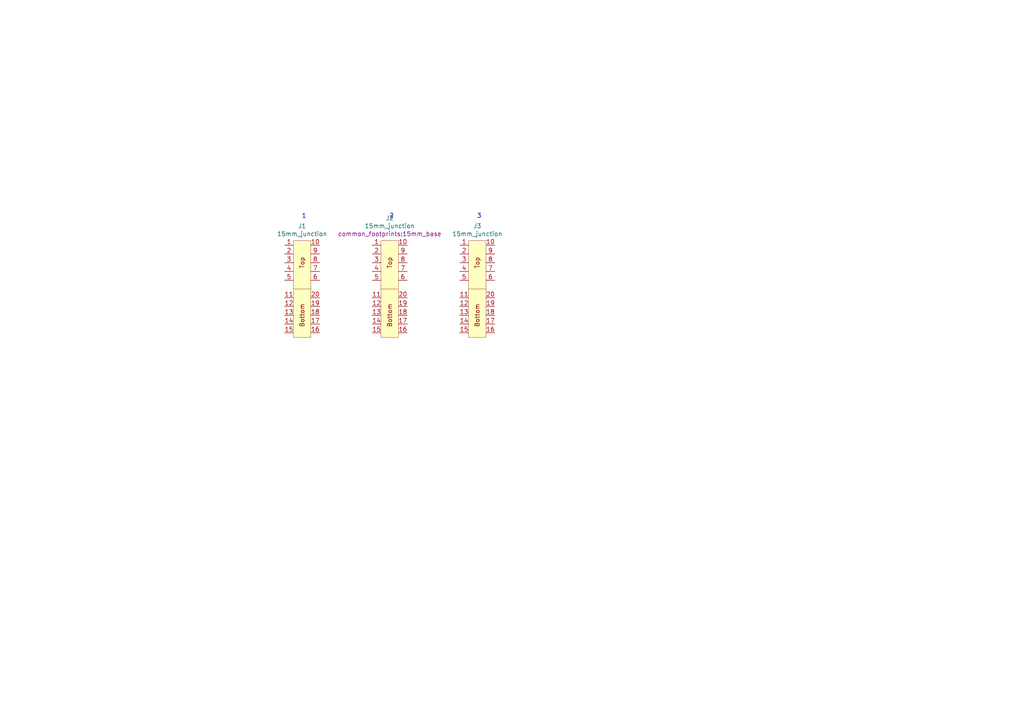
<source format=kicad_sch>
(kicad_sch (version 20200714) (host eeschema "(5.99.0-2687-geae739d98)")

  (page 1 1)

  (paper "A4")

  (lib_symbols
    (symbol "common_symbols:15mm_junction"
      (property "Reference" "J" (id 0) (at 0 0 0)
        (effects (font (size 1.27 1.27)))
      )
      (property "Value" "15mm_junction" (id 1) (at -1.27 13.97 0)
        (effects (font (size 1.27 1.27)))
      )
      (property "Footprint" "" (id 2) (at 0 0 0)
        (effects (font (size 1.27 1.27)) hide)
      )
      (property "Datasheet" "" (id 3) (at 0 0 0)
        (effects (font (size 1.27 1.27)) hide)
      )
      (symbol "15mm_junction_0_0"
        (text "Top" (at 0 3.81 900)
          (effects (font (size 1.27 1.27)))
        )
        (text "Bottom" (at 0 -11.43 900)
          (effects (font (size 1.27 1.27)))
        )
      )
      (symbol "15mm_junction_0_1"
        (rectangle (start -2.54 10.16) (end 2.54 -17.78)
          (stroke (width 0.001)) (fill (type background))
        )
        (polyline
          (pts
            (xy -2.54 -3.81)
            (xy 2.54 -3.81)
          )
          (stroke (width 0.0006)) (fill (type none))
        )
      )
      (symbol "15mm_junction_1_1"
        (pin input line (at -5.08 8.89 0) (length 2.54)
          (name "" (effects (font (size 1.27 1.27))))
          (number "1" (effects (font (size 1.27 1.27))))
        )
        (pin input line (at -5.08 6.35 0) (length 2.54)
          (name "" (effects (font (size 1.27 1.27))))
          (number "2" (effects (font (size 1.27 1.27))))
        )
        (pin input line (at -5.08 3.81 0) (length 2.54)
          (name "" (effects (font (size 1.27 1.27))))
          (number "3" (effects (font (size 1.27 1.27))))
        )
        (pin input line (at -5.08 1.27 0) (length 2.54)
          (name "" (effects (font (size 1.27 1.27))))
          (number "4" (effects (font (size 1.27 1.27))))
        )
        (pin input line (at -5.08 -1.27 0) (length 2.54)
          (name "" (effects (font (size 1.27 1.27))))
          (number "5" (effects (font (size 1.27 1.27))))
        )
        (pin input line (at 5.08 -1.27 180) (length 2.54)
          (name "" (effects (font (size 1.27 1.27))))
          (number "6" (effects (font (size 1.27 1.27))))
        )
        (pin input line (at 5.08 1.27 180) (length 2.54)
          (name "" (effects (font (size 1.27 1.27))))
          (number "7" (effects (font (size 1.27 1.27))))
        )
        (pin input line (at 5.08 3.81 180) (length 2.54)
          (name "" (effects (font (size 1.27 1.27))))
          (number "8" (effects (font (size 1.27 1.27))))
        )
        (pin input line (at 5.08 6.35 180) (length 2.54)
          (name "" (effects (font (size 1.27 1.27))))
          (number "9" (effects (font (size 1.27 1.27))))
        )
        (pin input line (at 5.08 8.89 180) (length 2.54)
          (name "" (effects (font (size 1.27 1.27))))
          (number "10" (effects (font (size 1.27 1.27))))
        )
        (pin input line (at -5.08 -6.35 0) (length 2.54)
          (name "" (effects (font (size 1.27 1.27))))
          (number "11" (effects (font (size 1.27 1.27))))
        )
        (pin input line (at -5.08 -8.89 0) (length 2.54)
          (name "" (effects (font (size 1.27 1.27))))
          (number "12" (effects (font (size 1.27 1.27))))
        )
        (pin input line (at -5.08 -11.43 0) (length 2.54)
          (name "" (effects (font (size 1.27 1.27))))
          (number "13" (effects (font (size 1.27 1.27))))
        )
        (pin input line (at -5.08 -13.97 0) (length 2.54)
          (name "" (effects (font (size 1.27 1.27))))
          (number "14" (effects (font (size 1.27 1.27))))
        )
        (pin input line (at -5.08 -16.51 0) (length 2.54)
          (name "" (effects (font (size 1.27 1.27))))
          (number "15" (effects (font (size 1.27 1.27))))
        )
        (pin input line (at 5.08 -16.51 180) (length 2.54)
          (name "" (effects (font (size 1.27 1.27))))
          (number "16" (effects (font (size 1.27 1.27))))
        )
        (pin input line (at 5.08 -13.97 180) (length 2.54)
          (name "" (effects (font (size 1.27 1.27))))
          (number "17" (effects (font (size 1.27 1.27))))
        )
        (pin input line (at 5.08 -11.43 180) (length 2.54)
          (name "" (effects (font (size 1.27 1.27))))
          (number "18" (effects (font (size 1.27 1.27))))
        )
        (pin input line (at 5.08 -8.89 180) (length 2.54)
          (name "" (effects (font (size 1.27 1.27))))
          (number "19" (effects (font (size 1.27 1.27))))
        )
        (pin input line (at 5.08 -6.35 180) (length 2.54)
          (name "" (effects (font (size 1.27 1.27))))
          (number "20" (effects (font (size 1.27 1.27))))
        )
      )
    )
  )


  (text "1" (at 88.9 63.5 180)
    (effects (font (size 1.27 1.27)) (justify right bottom))
  )
  (text "2" (at 114.3 63.5 180)
    (effects (font (size 1.27 1.27)) (justify right bottom))
  )
  (text "3" (at 139.7 63.5 180)
    (effects (font (size 1.27 1.27)) (justify right bottom))
  )

  (symbol (lib_id "common_symbols:15mm_junction") (at 87.63 80.01 0) (unit 1)
    (in_bom yes) (on_board yes)
    (uuid "a56a8a68-3eb9-47fd-9b40-a271d9769e60")
    (property "Reference" "J1" (id 0) (at 87.63 65.5382 0))
    (property "Value" "15mm_junction" (id 1) (at 87.63 67.8369 0))
    (property "Footprint" "common_footprints:15mm_base" (id 2) (at 87.63 80.01 0)
      (effects (font (size 1.27 1.27)) hide)
    )
    (property "Datasheet" "" (id 3) (at 87.63 80.01 0)
      (effects (font (size 1.27 1.27)) hide)
    )
  )

  (symbol (lib_id "common_symbols:15mm_junction") (at 113.03 80.01 0) (unit 1)
    (in_bom yes) (on_board yes)
    (uuid "c0ce2bb8-f1ea-415c-a77e-282936069498")
    (property "Reference" "J2" (id 0) (at 113.03 63.2395 0))
    (property "Value" "15mm_junction" (id 1) (at 113.03 65.5382 0))
    (property "Footprint" "common_footprints:15mm_base" (id 2) (at 113.03 67.8369 0))
    (property "Datasheet" "" (id 3) (at 113.03 80.01 0)
      (effects (font (size 1.27 1.27)) hide)
    )
  )

  (symbol (lib_id "common_symbols:15mm_junction") (at 138.43 80.01 0) (unit 1)
    (in_bom yes) (on_board yes)
    (uuid "fb0bb324-bc42-42e5-ac43-48fa44dd28d8")
    (property "Reference" "J3" (id 0) (at 138.43 65.5382 0))
    (property "Value" "15mm_junction" (id 1) (at 138.43 67.8369 0))
    (property "Footprint" "common_footprints:15mm_base" (id 2) (at 138.43 80.01 0)
      (effects (font (size 1.27 1.27)) hide)
    )
    (property "Datasheet" "" (id 3) (at 138.43 80.01 0)
      (effects (font (size 1.27 1.27)) hide)
    )
  )

  (symbol_instances
    (path "/a56a8a68-3eb9-47fd-9b40-a271d9769e60"
      (reference "J1") (unit 1)
    )
    (path "/c0ce2bb8-f1ea-415c-a77e-282936069498"
      (reference "J2") (unit 1)
    )
    (path "/fb0bb324-bc42-42e5-ac43-48fa44dd28d8"
      (reference "J3") (unit 1)
    )
  )
)

</source>
